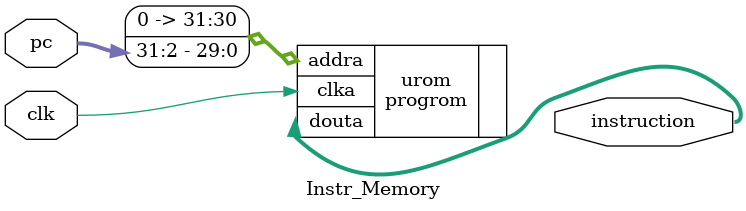
<source format=v>
`timescale 1ns / 1ps


module Instr_Memory(
    input clk,
    input [31:0] pc,
    output [31:0] instruction
    );
    progrom urom(
        .clka(clk),
        .addra(pc >> 2), 
        .douta(instruction)
    );
    
endmodule

</source>
